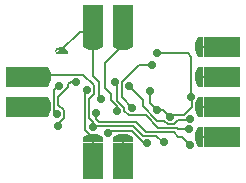
<source format=gbl>
G04 DipTrace 2.4.0.2*
%INST12axis2.gbl*%
%MOMM*%
%ADD13C,0.152*%
%ADD19R,1.6X1.7*%
%ADD20R,2.032X1.7*%
%ADD21R,2.0X1.7*%
%ADD22R,1.7X1.6*%
%ADD23R,1.7X2.032*%
%ADD37C,0.711*%
%FSLAX53Y53*%
G04*
G71*
G90*
G75*
G01*
%LNBottom*%
%LPD*%
X25348Y20160D2*
D13*
X26510D1*
X27780D1*
X25348Y12540D2*
X26510D1*
X27780D1*
X21346Y18601D2*
X20236D1*
X18793Y17157D1*
Y15879D1*
X19697Y14975D1*
X16350Y21430D2*
Y17646D1*
X16858Y17138D1*
Y15941D1*
X17047Y15753D1*
X16350Y12433D2*
Y11270D1*
Y10000D1*
Y20268D2*
Y21430D1*
Y22700D1*
X15812Y16520D2*
X15714D1*
Y13069D1*
X16350Y12433D1*
Y21430D2*
X15277D1*
X13694Y19847D1*
X25345Y17620D2*
X26510D1*
X27780D1*
X25348Y15080D2*
X26510D1*
X27780D1*
X22366Y12060D2*
X22279D1*
X21735Y12605D1*
X20594D1*
X19766Y13433D1*
X16395D1*
Y13325D1*
X10000Y17620D2*
X11270D1*
X12433D1*
X16395Y13325D2*
Y13776D1*
X16022Y14149D1*
Y15726D1*
X16454Y16158D1*
Y16874D1*
X15542Y17786D1*
X11436D1*
X11270Y17620D1*
X17605Y12846D2*
X17790Y13030D1*
X19684D1*
X20699Y12015D1*
X20952D1*
X16613Y14556D2*
Y13992D1*
X16851Y13754D1*
X20005D1*
X20847Y12912D1*
X23183D1*
X23577Y12518D1*
X23870D1*
X24583Y11805D1*
X12433Y15080D2*
X11270D1*
X10000D1*
X13426Y13402D2*
Y13624D1*
X13898Y14097D1*
Y14765D1*
X13433Y15231D1*
Y15909D1*
X14231Y16706D1*
Y16959D1*
X14470Y17198D1*
X14910D1*
X14939Y17169D1*
X24518Y13200D2*
X23593D1*
X23552Y13241D1*
X21899D1*
X20808Y14331D1*
X19395D1*
X18992Y14735D1*
Y14974D1*
X18434Y15532D1*
Y16920D1*
X18201Y17153D1*
X24597Y14061D2*
Y13967D1*
X23593D1*
X23207Y13581D1*
X22692D1*
X22385Y13887D1*
X21822D1*
X20597Y15111D1*
Y15681D1*
X19414Y16863D1*
X13309Y14492D2*
X13388D1*
X13302Y14407D1*
X13048D1*
Y16507D1*
X13287Y16746D1*
X13439D1*
X13479Y16786D1*
X21753Y19631D2*
X24364D1*
X24693Y19302D1*
Y15939D1*
X24662Y15908D1*
X21196Y16441D2*
Y15411D1*
X21789Y14818D1*
X22310D1*
X22918Y14210D1*
Y14351D1*
X24026D1*
X24714Y15039D1*
Y15908D1*
X18890Y12433D2*
Y11270D1*
Y10000D1*
Y20265D2*
Y21430D1*
Y22700D1*
X18365Y14690D2*
Y15124D1*
X17856Y15634D1*
Y16186D1*
X17389Y16652D1*
Y18764D1*
X18890Y20265D1*
D37*
X22918Y14210D3*
X21196Y16441D3*
X24597Y14061D3*
X13426Y13402D3*
X13309Y14492D3*
X16613Y14556D3*
X16395Y13325D3*
X24662Y15908D3*
X21346Y18601D3*
X17605Y12846D3*
X20952Y12015D3*
X19697Y14975D3*
X24518Y13200D3*
X17047Y15753D3*
X13479Y16786D3*
X21789Y14818D3*
X24583Y11805D3*
X22366Y12060D3*
X14939Y17169D3*
X21753Y19631D3*
X19414Y16863D3*
X18201Y17153D3*
X18365Y14690D3*
X15812Y16520D3*
D19*
X26510Y17620D3*
Y20160D3*
D20*
X27780Y17620D3*
Y20160D3*
G36*
X25250Y21010D2*
X25715D1*
Y19310D1*
X25250D1*
X24980Y19835D1*
Y20485D1*
X25250Y21010D1*
G37*
G36*
Y18470D2*
X25710D1*
Y16770D1*
X25250D1*
X24980Y17295D1*
Y17945D1*
X25250Y18470D1*
G37*
D19*
X26510Y12540D3*
G36*
X25250Y13390D2*
X25715D1*
Y11690D1*
X25250D1*
X24980Y12215D1*
Y12865D1*
X25250Y13390D1*
G37*
D21*
X27780Y12540D3*
D19*
X11270Y15080D3*
Y17620D3*
G36*
X12530Y16770D2*
X12065D1*
Y18470D1*
X12530D1*
X12800Y17945D1*
Y17295D1*
X12530Y16770D1*
G37*
G36*
Y14230D2*
X12065D1*
Y15930D1*
X12530D1*
X12800Y15405D1*
Y14755D1*
X12530Y14230D1*
G37*
D20*
X10000Y15080D3*
Y17620D3*
D19*
X26510Y15080D3*
G36*
X25250Y15930D2*
X25715D1*
Y14230D1*
X25250D1*
X24980Y14755D1*
Y15405D1*
X25250Y15930D1*
G37*
D21*
X27780Y15080D3*
D22*
X18890Y11270D3*
X16350D3*
G36*
X17200Y12530D2*
Y12065D1*
X15500D1*
Y12530D1*
X16025Y12800D1*
X16675D1*
X17200Y12530D1*
G37*
G36*
X19740D2*
Y12065D1*
X18040D1*
Y12530D1*
X18565Y12800D1*
X19215D1*
X19740Y12530D1*
G37*
D23*
X18890Y10000D3*
X16350D3*
D22*
X18890Y21430D3*
X16350D3*
D23*
X18890Y22700D3*
X16350D3*
G36*
X15500Y20170D2*
Y20635D1*
X17200D1*
Y20170D1*
X16675Y19900D1*
X16025D1*
X15500Y20170D1*
G37*
G36*
X18040D2*
Y20630D1*
X19740D1*
Y20170D1*
X19215Y19900D1*
X18565D1*
X18040Y20170D1*
G37*
G36*
X14246Y19531D2*
X14217Y19722D1*
X14157Y19869D1*
X14081Y19963D1*
X14005Y20039D1*
X13892Y20103D1*
X13827Y20128D1*
X13732Y20148D1*
X13681Y20158D1*
X13598Y20163D1*
X13534Y20141D1*
X13496Y20103D1*
X13470Y20077D1*
X13406Y20064D1*
X13381Y20069D1*
X13330Y20084D1*
X13303Y20115D1*
X13203Y20034D1*
X13254Y19957D1*
Y19940D1*
X13165Y19904D1*
X13153Y19849D1*
X13143Y19747D1*
X13395Y19854D1*
X13427D1*
X13470Y19846D1*
X13480Y19823D1*
X13460Y19772D1*
X13344Y19709D1*
X13173Y19638D1*
X13198Y19587D1*
X13262Y19533D1*
X13452Y19607D1*
X13446Y19569D1*
Y19531D1*
X14246D1*
G37*
M02*

</source>
